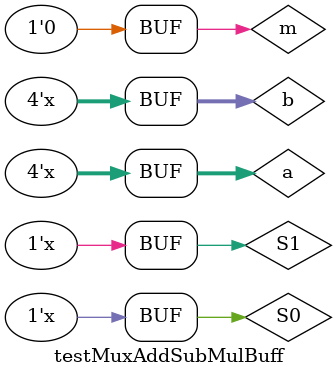
<source format=v>
`timescale 1ns / 1ps


module testMuxAddSubMulBuff;

	// Inputs
	reg [3:0] a;
	reg [3:0] b;
	reg m;
	reg S0;
	reg S1;

	// Outputs
	wire [7:0] Y;

	// Instantiate the Unit Under Test (UUT)
	MuxAdderMultiplierBCDBuffer uut (
		.a(a), 
		.b(b), 
		.m(m), 
		.S0(S0), 
		.S1(S1), 
		.Y(Y)
	);

	initial begin
		// Initialize Inputs
		a = 0;
		b = 0;
		m = 0;
		S0 = 0;
		S1 = 0;

		// Wait 100 ns for global reset to finish
		#100;
        
		// Add stimulus here

	end
      
		always begin
	{S1,S0,b,a} = {S1,S0,b,a} + 1;
	#0.2;
	end
		
		
		
endmodule


</source>
